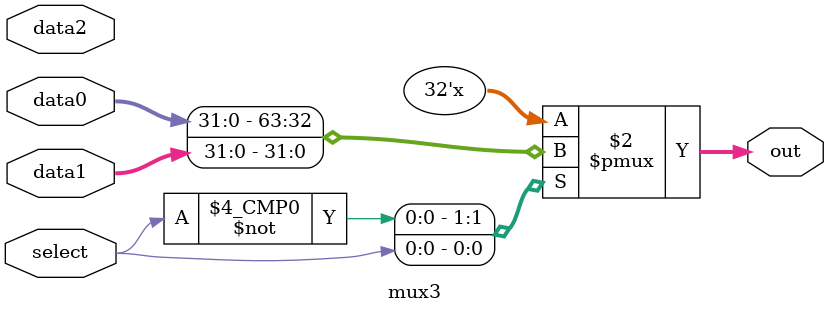
<source format=v>
module mux3 (
    data0,data1,data2,select,out
);
    input wire [31:0] data0, data1,data2; 
    input wire select; 
    output reg [31:0] out;
    always @(data0, data1, data2,select) begin
        case (select) 
            0: out <= data0;
            1: out <= data1;
            2: out <= data2;
        endcase
    end
endmodule
</source>
